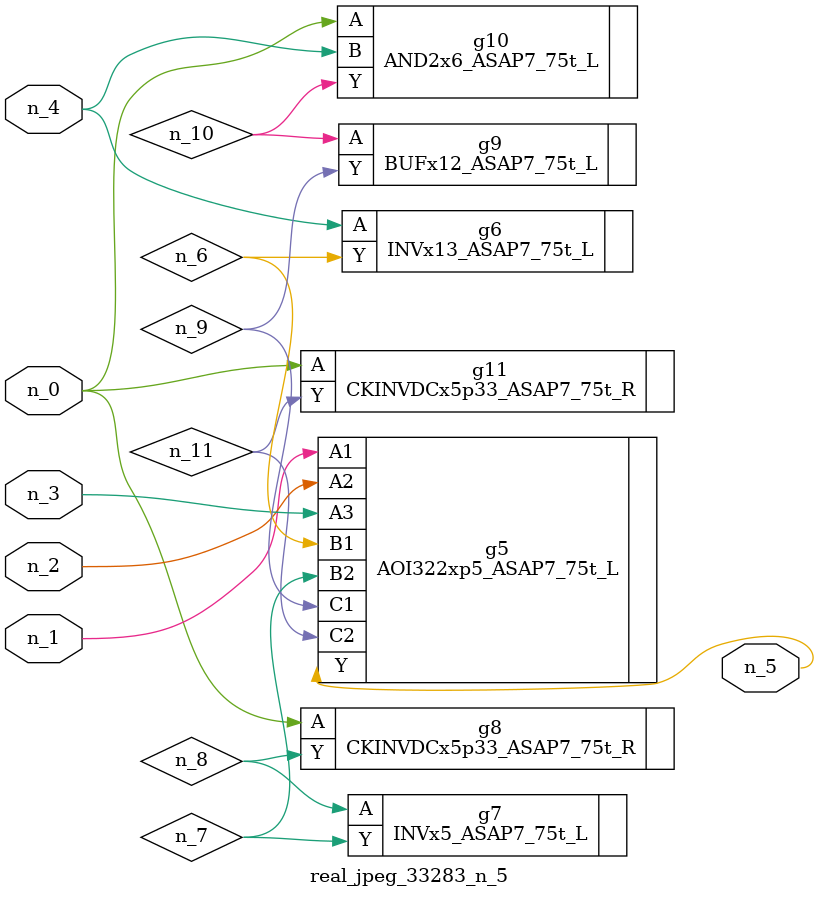
<source format=v>
module real_jpeg_33283_n_5 (n_4, n_0, n_1, n_2, n_3, n_5);

input n_4;
input n_0;
input n_1;
input n_2;
input n_3;

output n_5;

wire n_8;
wire n_11;
wire n_6;
wire n_7;
wire n_10;
wire n_9;

CKINVDCx5p33_ASAP7_75t_R g8 ( 
.A(n_0),
.Y(n_8)
);

AND2x6_ASAP7_75t_L g10 ( 
.A(n_0),
.B(n_4),
.Y(n_10)
);

CKINVDCx5p33_ASAP7_75t_R g11 ( 
.A(n_0),
.Y(n_11)
);

AOI322xp5_ASAP7_75t_L g5 ( 
.A1(n_1),
.A2(n_2),
.A3(n_3),
.B1(n_6),
.B2(n_7),
.C1(n_9),
.C2(n_11),
.Y(n_5)
);

INVx13_ASAP7_75t_L g6 ( 
.A(n_4),
.Y(n_6)
);

INVx5_ASAP7_75t_L g7 ( 
.A(n_8),
.Y(n_7)
);

BUFx12_ASAP7_75t_L g9 ( 
.A(n_10),
.Y(n_9)
);


endmodule
</source>
